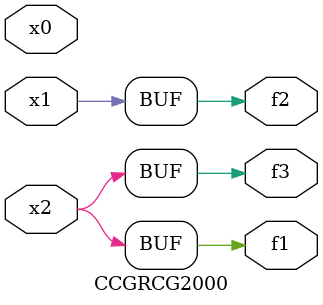
<source format=v>
module CCGRCG2000(
	input x0, x1, x2,
	output f1, f2, f3
);
	assign f1 = x2;
	assign f2 = x1;
	assign f3 = x2;
endmodule

</source>
